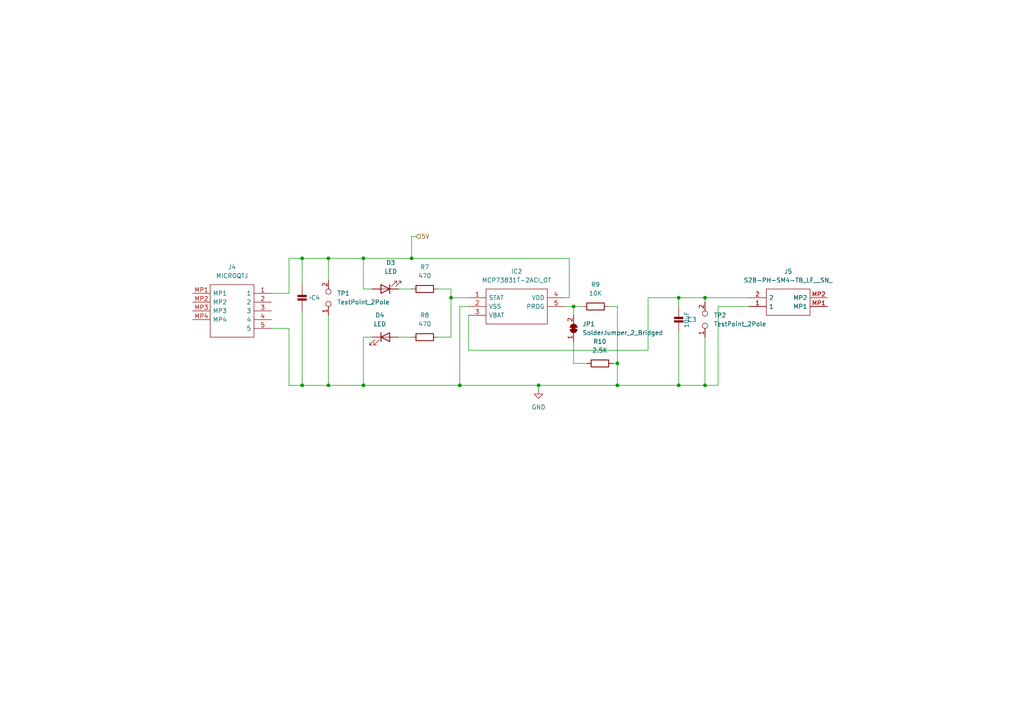
<source format=kicad_sch>
(kicad_sch (version 20230121) (generator eeschema)
  (paper "A4")
  (lib_symbols
    (symbol "Connector:TestPoint_2Pole" (pin_names (offset 0.762) hide)
      (property "Reference" "TP" (at 0 1.524 0))
      (property "Value" "TestPoint_2Pole" (at 0 -1.778 0))
      (symbol "TestPoint_2Pole_0_1"
        (circle (center -1.778 0) (radius 0.762))
        (circle (center 1.778 0) (radius 0.762))
        (pin passive line (at -5.08 0 0) (length 2.54) (name "1") (number "1"))
        (pin passive line (at 5.08 0 180) (length 2.54) (name "2") (number "2"))
      )
    )
    (symbol "Device:LED" (pin_numbers hide) (pin_names (offset 1.016) hide)
      (property "Reference" "D" (at 0 2.54 0))
      (property "Value" "LED" (at 0 -2.54 0))
      (symbol "LED_0_1"
        (polyline (pts (xy -1.27 -1.27) (xy -1.27 1.27)) (stroke (width 0.254)))
        (polyline (pts (xy -1.27 0) (xy 1.27 0)))
        (polyline (pts (xy 1.27 -1.27) (xy 1.27 1.27) (xy -1.27 0) (xy 1.27 -1.27)) (stroke (width 0.254)))
        (polyline (pts (xy -3.048 -0.762) (xy -4.572 -2.286) (xy -3.81 -2.286) (xy -4.572 -2.286) (xy -4.572 -1.524)))
        (polyline (pts (xy -1.778 -0.762) (xy -3.302 -2.286) (xy -2.54 -2.286) (xy -3.302 -2.286) (xy -3.302 -1.524)))
      )
      (symbol "LED_1_1"
        (pin passive line (at -3.81 0 0) (length 2.54) (name "K") (number "1"))
        (pin passive line (at 3.81 0 180) (length 2.54) (name "A") (number "2"))
      )
    )
    (symbol "Device:R" (pin_numbers hide) (pin_names (offset 0))
      (property "Reference" "R" (at 2.032 0 90))
      (property "Value" "R" (at 0 0 90))
      (symbol "R_0_1"
        (rectangle (start -1.016 -2.54) (end 1.016 2.54) (stroke (width 0.254)))
      )
      (symbol "R_1_1"
        (pin passive line (at 0 3.81 270) (length 1.27) (name "~") (number "1"))
        (pin passive line (at 0 -3.81 90) (length 1.27) (name "~") (number "2"))
      )
    )
    (symbol "Jumper:SolderJumper_2_Bridged" (pin_names (offset 0) hide)
      (property "Reference" "JP" (at 0 2.032 0))
      (property "Value" "SolderJumper_2_Bridged" (at 0 -2.54 0))
      (symbol "SolderJumper_2_Bridged_0_1"
        (rectangle (start -0.508 0.508) (end 0.508 -0.508) (fill (type outline)))
        (arc (start -0.254 1.016) (mid -1.2656 0) (end -0.254 -1.016))
        (arc (start -0.254 1.016) (mid -1.2656 0) (end -0.254 -1.016) (fill (type outline)))
        (polyline (pts (xy -0.254 1.016) (xy -0.254 -1.016)))
        (polyline (pts (xy 0.254 1.016) (xy 0.254 -1.016)))
        (arc (start 0.254 -1.016) (mid 1.2656 0) (end 0.254 1.016))
        (arc (start 0.254 -1.016) (mid 1.2656 0) (end 0.254 1.016) (fill (type outline)))
      )
      (symbol "SolderJumper_2_Bridged_1_1"
        (pin passive line (at -3.81 0 0) (length 2.54) (name "A") (number "1"))
        (pin passive line (at 3.81 0 180) (length 2.54) (name "B") (number "2"))
      )
    )
    (symbol "MCP73831T-2ACI_OT:MCP73831T-2ACI_OT" (pin_names (offset 0.762))
      (property "Reference" "IC" (at 24.13 7.62 0))
      (property "Value" "MCP73831T-2ACI_OT" (at 24.13 5.08 0))
      (symbol "MCP73831T-2ACI_OT_0_0"
        (pin passive line (at 0 0 0) (length 5.08) (name "STAT") (number "1"))
        (pin passive line (at 0 -2.54 0) (length 5.08) (name "VSS") (number "2"))
        (pin passive line (at 0 -5.08 0) (length 5.08) (name "VBAT") (number "3"))
        (pin passive line (at 27.94 0 180) (length 5.08) (name "VDD") (number "4"))
        (pin passive line (at 27.94 -2.54 180) (length 5.08) (name "PROG") (number "5"))
      )
      (symbol "MCP73831T-2ACI_OT_0_1"
        (polyline (pts (xy 5.08 2.54) (xy 22.86 2.54) (xy 22.86 -7.62) (xy 5.08 -7.62) (xy 5.08 2.54)) (stroke (width 0.1524)))
      )
    )
    (symbol "MICROQTJ:MICROQTJ" (pin_names (offset 0.762))
      (property "Reference" "J" (at 19.05 7.62 0))
      (property "Value" "MICROQTJ" (at 19.05 5.08 0))
      (symbol "MICROQTJ_0_0"
        (pin passive line (at 0 0 0) (length 5.08) (name "1") (number "1"))
        (pin passive line (at 0 -2.54 0) (length 5.08) (name "2") (number "2"))
        (pin passive line (at 0 -5.08 0) (length 5.08) (name "3") (number "3"))
        (pin passive line (at 0 -7.62 0) (length 5.08) (name "4") (number "4"))
        (pin passive line (at 0 -10.16 0) (length 5.08) (name "5") (number "5"))
        (pin passive line (at 22.86 0 180) (length 5.08) (name "MP1") (number "MP1"))
        (pin passive line (at 22.86 -2.54 180) (length 5.08) (name "MP2") (number "MP2"))
        (pin passive line (at 22.86 -5.08 180) (length 5.08) (name "MP3") (number "MP3"))
        (pin passive line (at 22.86 -7.62 180) (length 5.08) (name "MP4") (number "MP4"))
      )
      (symbol "MICROQTJ_0_1"
        (polyline (pts (xy 5.08 2.54) (xy 17.78 2.54) (xy 17.78 -12.7) (xy 5.08 -12.7) (xy 5.08 2.54)) (stroke (width 0.1524)))
      )
    )
    (symbol "S2B-PH-SM4-TB_LF__SN_:S2B-PH-SM4-TB_LF__SN_" (pin_names (offset 0.762))
      (property "Reference" "J" (at 19.05 7.62 0))
      (property "Value" "S2B-PH-SM4-TB_LF__SN_" (at 19.05 5.08 0))
      (symbol "S2B-PH-SM4-TB_LF__SN__0_0"
        (pin passive line (at 0 -2.54 0) (length 5.08) (name "1") (number "1"))
        (pin passive line (at 0 0 0) (length 5.08) (name "2") (number "2"))
        (pin passive line (at 22.86 -2.54 180) (length 5.08) (name "MP1") (number "MP1"))
        (pin passive line (at 22.86 0 180) (length 5.08) (name "MP2") (number "MP2"))
      )
      (symbol "S2B-PH-SM4-TB_LF__SN__0_1"
        (polyline (pts (xy 5.08 2.54) (xy 17.78 2.54) (xy 17.78 -5.08) (xy 5.08 -5.08) (xy 5.08 2.54)) (stroke (width 0.1524)))
      )
    )
    (symbol "power:GND" (power) (pin_names (offset 0))
      (property "Value" "GND" (at 0 -3.81 0))
      (symbol "GND_0_1"
        (polyline (pts (xy 0 0) (xy 0 -1.27) (xy 1.27 -1.27) (xy 0 -2.54) (xy -1.27 -1.27) (xy 0 -1.27)))
      )
      (symbol "GND_1_1"
        (pin power_in line (at 0 0 270) (length 0) hide (name "GND") (number "1"))
      )
    )
    (symbol "v0_1-eagle-import:CAP_CERAMIC_0603"
      (property "Reference" "C" (at -2.29 1.25 90))
      (symbol "CAP_CERAMIC_0603_1_0"
        (rectangle (start -1.27 0.508) (end 1.27 1.016) (fill (type outline)))
        (rectangle (start -1.27 1.524) (end 1.27 2.032) (fill (type outline)))
        (polyline (pts (xy 0 0.762) (xy 0 0)) (stroke (width 0.1524)))
        (polyline (pts (xy 0 2.54) (xy 0 1.778)) (stroke (width 0.1524)))
        (pin passive line (at 0 5.08 270) (length 2.54) (name "1") (number "1"))
        (pin passive line (at 0 -2.54 90) (length 2.54) (name "2") (number "2"))
      )
    )
  )
  (junction (at 105.41 74.93))
  (junction (at 87.63 74.93))
  (junction (at 105.41 111.76))
  (junction (at 204.47 111.76))
  (junction (at 130.81 86.36))
  (junction (at 196.85 86.36))
  (junction (at 119.38 74.93))
  (junction (at 156.21 111.76))
  (junction (at 179.07 111.76))
  (junction (at 87.63 111.76))
  (junction (at 166.37 88.9))
  (junction (at 204.47 86.36))
  (junction (at 179.07 105.41))
  (junction (at 95.25 111.76))
  (junction (at 133.35 111.76))
  (junction (at 95.25 74.93))
  (junction (at 196.85 111.76))
  (wire (pts (xy 166.37 99.06) (xy 166.37 105.41)))
  (wire (pts (xy 208.28 111.76) (xy 204.47 111.76)))
  (wire (pts (xy 87.63 74.93) (xy 87.63 82.55)))
  (wire (pts (xy 87.63 111.76) (xy 95.25 111.76)))
  (wire (pts (xy 119.38 68.58) (xy 119.38 74.93)))
  (wire (pts (xy 156.21 111.76) (xy 156.21 113.03)))
  (wire (pts (xy 83.82 95.25) (xy 83.82 111.76)))
  (wire (pts (xy 119.38 68.58) (xy 120.65 68.58)))
  (wire (pts (xy 208.28 88.9) (xy 208.28 111.76)))
  (wire (pts (xy 165.1 86.36) (xy 163.83 86.36)))
  (wire (pts (xy 130.81 86.36) (xy 135.89 86.36)))
  (wire (pts (xy 196.85 86.36) (xy 196.85 88.9)))
  (wire (pts (xy 196.85 96.52) (xy 196.85 111.76)))
  (wire (pts (xy 119.38 74.93) (xy 165.1 74.93)))
  (wire (pts (xy 217.17 88.9) (xy 208.28 88.9)))
  (wire (pts (xy 78.74 85.09) (xy 83.82 85.09)))
  (wire (pts (xy 196.85 111.76) (xy 204.47 111.76)))
  (wire (pts (xy 130.81 97.79) (xy 130.81 86.36)))
  (wire (pts (xy 95.25 111.76) (xy 105.41 111.76)))
  (wire (pts (xy 95.25 91.44) (xy 95.25 111.76)))
  (wire (pts (xy 78.74 95.25) (xy 83.82 95.25)))
  (wire (pts (xy 95.25 74.93) (xy 105.41 74.93)))
  (wire (pts (xy 133.35 111.76) (xy 156.21 111.76)))
  (wire (pts (xy 135.89 101.6) (xy 187.96 101.6)))
  (wire (pts (xy 177.8 105.41) (xy 179.07 105.41)))
  (wire (pts (xy 187.96 101.6) (xy 187.96 86.36)))
  (wire (pts (xy 105.41 74.93) (xy 119.38 74.93)))
  (wire (pts (xy 133.35 88.9) (xy 133.35 111.76)))
  (wire (pts (xy 105.41 111.76) (xy 133.35 111.76)))
  (wire (pts (xy 179.07 105.41) (xy 179.07 111.76)))
  (wire (pts (xy 115.57 83.82) (xy 119.38 83.82)))
  (wire (pts (xy 196.85 86.36) (xy 204.47 86.36)))
  (wire (pts (xy 179.07 88.9) (xy 179.07 105.41)))
  (wire (pts (xy 107.95 97.79) (xy 105.41 97.79)))
  (wire (pts (xy 135.89 88.9) (xy 133.35 88.9)))
  (wire (pts (xy 135.89 91.44) (xy 135.89 101.6)))
  (wire (pts (xy 87.63 90.17) (xy 87.63 111.76)))
  (wire (pts (xy 105.41 97.79) (xy 105.41 111.76)))
  (wire (pts (xy 163.83 88.9) (xy 166.37 88.9)))
  (wire (pts (xy 176.53 88.9) (xy 179.07 88.9)))
  (wire (pts (xy 196.85 111.76) (xy 179.07 111.76)))
  (wire (pts (xy 204.47 86.36) (xy 217.17 86.36)))
  (wire (pts (xy 87.63 74.93) (xy 95.25 74.93)))
  (wire (pts (xy 127 83.82) (xy 130.81 83.82)))
  (wire (pts (xy 115.57 97.79) (xy 119.38 97.79)))
  (wire (pts (xy 107.95 83.82) (xy 105.41 83.82)))
  (wire (pts (xy 204.47 86.36) (xy 204.47 87.63)))
  (wire (pts (xy 83.82 74.93) (xy 87.63 74.93)))
  (wire (pts (xy 165.1 74.93) (xy 165.1 86.36)))
  (wire (pts (xy 130.81 83.82) (xy 130.81 86.36)))
  (wire (pts (xy 95.25 74.93) (xy 95.25 81.28)))
  (wire (pts (xy 105.41 83.82) (xy 105.41 74.93)))
  (wire (pts (xy 127 97.79) (xy 130.81 97.79)))
  (wire (pts (xy 204.47 97.79) (xy 204.47 111.76)))
  (wire (pts (xy 83.82 85.09) (xy 83.82 74.93)))
  (wire (pts (xy 166.37 88.9) (xy 168.91 88.9)))
  (wire (pts (xy 83.82 111.76) (xy 87.63 111.76)))
  (wire (pts (xy 166.37 105.41) (xy 170.18 105.41)))
  (wire (pts (xy 187.96 86.36) (xy 196.85 86.36)))
  (wire (pts (xy 166.37 88.9) (xy 166.37 91.44)))
  (wire (pts (xy 179.07 111.76) (xy 156.21 111.76)))
  (hierarchical_label "5V" (shape input) (at 120.65 68.58 0))
  (symbol (lib_id "Device:R") (at 123.19 83.82 90) (unit 1)
    (property "Reference" "R7" (at 123.19 77.47 90))
    (property "Value" "470" (at 123.19 80.01 90))
  )
  (symbol (lib_id "power:GND") (at 156.21 113.03 0) (unit 1)
    (property "Reference" "#PWR03" (effects hide))
    (property "Value" "GND" (at 156.21 118.11 0))
  )
  (symbol (lib_id "Device:R") (at 173.99 105.41 90) (unit 1)
    (property "Reference" "R10" (at 173.99 99.06 90))
    (property "Value" "2.5K" (at 173.99 101.6 90))
  )
  (symbol (lib_id "Jumper:SolderJumper_2_Bridged") (at 166.37 95.25 90) (unit 1)
    (property "Reference" "JP1" (at 168.91 93.98 90) (effects (justify right)))
    (property "Value" "SolderJumper_2_Bridged" (at 168.91 96.52 90) (effects (justify right)))
  )
  (symbol (lib_id "Connector:TestPoint_2Pole") (at 204.47 92.71 90) (unit 1)
    (property "Reference" "TP2" (at 207.01 91.44 90) (effects (justify right)))
    (property "Value" "TestPoint_2Pole" (at 207.01 93.98 90) (effects (justify right)))
  )
  (symbol (lib_id "Connector:TestPoint_2Pole") (at 95.25 86.36 90) (unit 1)
    (property "Reference" "TP1" (at 97.79 85.09 90) (effects (justify right)))
    (property "Value" "TestPoint_2Pole" (at 97.79 87.63 90) (effects (justify right)))
  )
  (symbol (lib_id "Device:LED") (at 111.76 97.79 0) (unit 1)
    (property "Reference" "D4" (at 110.1725 91.44 0))
    (property "Value" "LED" (at 110.1725 93.98 0))
  )
  (symbol (lib_id "MCP73831T-2ACI_OT:MCP73831T-2ACI_OT") (at 135.89 86.36 0) (unit 1)
    (property "Reference" "IC2" (at 149.86 78.74 0))
    (property "Value" "MCP73831T-2ACI_OT" (at 149.86 81.28 0))
    (property "Footprint" "MCP73831T_2ACIOT:SOT95P270X145-5N" (effects hide))
    (property "Datasheet" "http://ww1.microchip.com/downloads/en/DeviceDoc/20001984g.pdf" (effects hide))
    (property "Description" "Li-Ion Charge Controller 4.2V SOT23-5" (effects hide))
    (property "Height" "1.45" (effects hide))
    (property "Manufacturer_Name" "Microchip" (effects hide))
    (property "Manufacturer_Part_Number" "MCP73831T-2ACI/OT" (effects hide))
    (property "Mouser Part Number" "579-MCP73831T-2ACIOT" (effects hide))
    (property "Mouser Price/Stock" "https://www.mouser.co.uk/ProductDetail/Microchip-Technology/MCP73831T-2ACI-OT?qs=yUQqVecv4qvbBQBGbHx0Mw%3D%3D" (effects hide))
    (property "Arrow Part Number" "MCP73831T-2ACI/OT" (effects hide))
    (property "Arrow Price/Stock" "https://www.arrow.com/en/products/mcp73831t-2aciot/microchip-technology?region=nac" (effects hide))
  )
  (symbol (lib_id "S2B-PH-SM4-TB_LF__SN_:S2B-PH-SM4-TB_LF__SN_") (at 217.17 86.36 0) (unit 1)
    (property "Reference" "J5" (at 228.6 78.74 0))
    (property "Value" "S2B-PH-SM4-TB_LF__SN_" (at 228.6 81.28 0))
    (property "Footprint" "S2B-PH-SM4-TB(LF)(SN):S2BPHSM4TBLFSN" (effects hide))
    (property "Datasheet" "https://www.jst-mfg.com/product/pdf/eng/ePH.pdf" (effects hide))
    (property "Description" "Conn Shrouded Header (4 Sides) HDR 2 POS 2mm Solder RA Side Entry SMD T/R" (effects hide))
    (property "Height" "6.6" (effects hide))
    (property "Manufacturer_Name" "JST (JAPAN SOLDERLESS TERMINALS)" (effects hide))
    (property "Manufacturer_Part_Number" "S2B-PH-SM4-TB(LF)(SN)" (effects hide))
    (property "Arrow Part Number" "S2B-PH-SM4-TB(LF)(SN)" (effects hide))
    (property "Arrow Price/Stock" "https://www.arrow.com/en/products/s2b-ph-sm4-tb-lf-sn/jst-manufacturing?region=europe" (effects hide))
  )
  (symbol (lib_id "MICROQTJ:MICROQTJ") (at 78.74 85.09 0) (mirror y) (unit 1)
    (property "Reference" "J4" (at 67.31 77.47 0))
    (property "Value" "MICROQTJ" (at 67.31 80.01 0))
    (property "Footprint" "MicroQTJ:MICROQTJ" (effects hide))
    (property "Datasheet" "https://datasheet.lcsc.com/lcsc/1912111437_SHOU-HAN-MicroQTJ_C404968.pdf" (effects hide))
    (property "Description" "USB Connectors SMD RoHS/002" (effects hide))
    (property "Height" "1.91" (effects hide))
    (property "Manufacturer_Name" "Shou Han" (effects hide))
    (property "Manufacturer_Part_Number" "MICROQTJ" (effects hide))
  )
  (symbol (lib_id "Device:R") (at 172.72 88.9 90) (unit 1)
    (property "Reference" "R9" (at 172.72 82.55 90))
    (property "Value" "10K" (at 172.72 85.09 90))
  )
  (symbol (lib_id "v0_1-eagle-import:CAP_CERAMIC_0603") (at 87.63 87.63 0) (unit 1)
    (property "Reference" "C4" (at 90.17 86.36 0) (effects (justify left)))
    (property "Value" "~" (at 89.93 86.38 90))
    (property "Footprint" "v0_1:_0603" (effects hide))
  )
  (symbol (lib_id "Device:LED") (at 111.76 83.82 180) (unit 1)
    (property "Reference" "D3" (at 113.3475 76.2 0))
    (property "Value" "LED" (at 113.3475 78.74 0))
  )
  (symbol (lib_id "v0_1-eagle-import:CAP_CERAMIC_0603") (at 196.85 93.98 0) (unit 1)
    (property "Reference" "C3" (at 199.39 92.71 0) (effects (justify left)))
    (property "Value" "10uF" (at 199.15 92.73 90))
    (property "Footprint" "v0_1:_0603" (effects hide))
  )
  (symbol (lib_id "Device:R") (at 123.19 97.79 90) (unit 1)
    (property "Reference" "R8" (at 123.19 91.44 90))
    (property "Value" "470" (at 123.19 93.98 90))
  )
)
</source>
